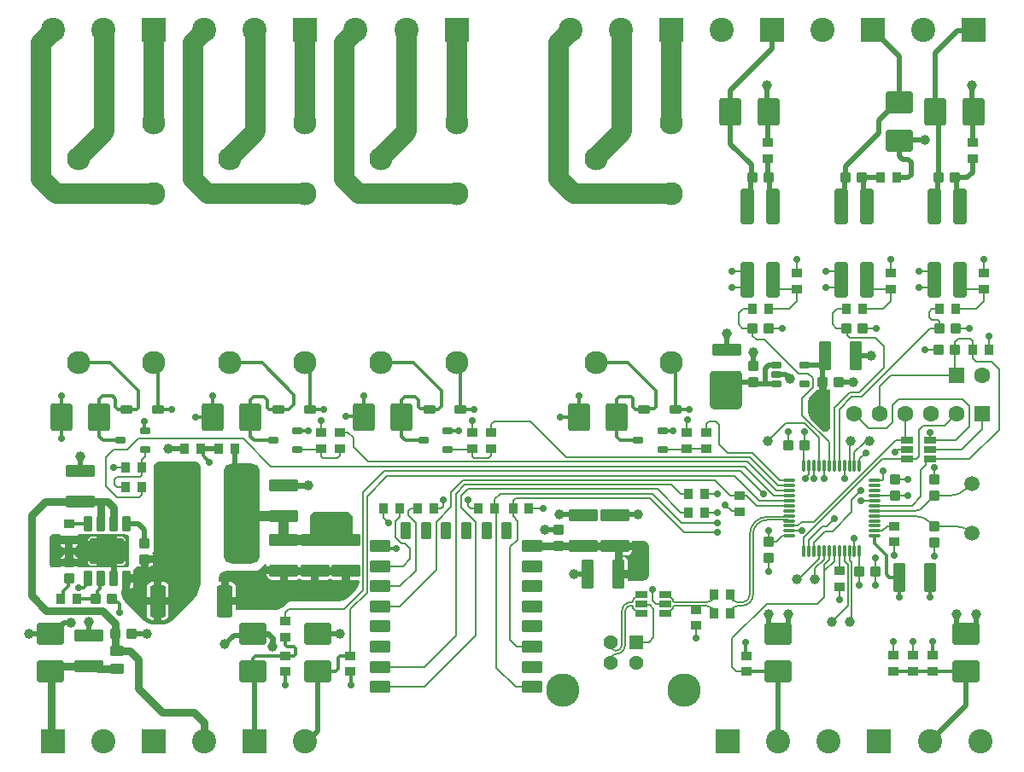
<source format=gtl>
G04*
G04 #@! TF.GenerationSoftware,Altium Limited,Altium Designer,22.10.1 (41)*
G04*
G04 Layer_Physical_Order=1*
G04 Layer_Color=16776960*
%FSLAX43Y43*%
%MOMM*%
G71*
G04*
G04 #@! TF.SameCoordinates,EA9DE7AC-8BC7-4C06-A1B2-E8C90DB669E4*
G04*
G04*
G04 #@! TF.FilePolarity,Positive*
G04*
G01*
G75*
%ADD10C,0.500*%
%ADD13C,0.600*%
%ADD14C,0.200*%
G04:AMPARAMS|DCode=17|XSize=2.8mm|YSize=1.25mm|CornerRadius=0.156mm|HoleSize=0mm|Usage=FLASHONLY|Rotation=0.000|XOffset=0mm|YOffset=0mm|HoleType=Round|Shape=RoundedRectangle|*
%AMROUNDEDRECTD17*
21,1,2.800,0.938,0,0,0.0*
21,1,2.487,1.250,0,0,0.0*
1,1,0.313,1.244,-0.469*
1,1,0.313,-1.244,-0.469*
1,1,0.313,-1.244,0.469*
1,1,0.313,1.244,0.469*
%
%ADD17ROUNDEDRECTD17*%
G04:AMPARAMS|DCode=18|XSize=1.1mm|YSize=1.7mm|CornerRadius=0.138mm|HoleSize=0mm|Usage=FLASHONLY|Rotation=180.000|XOffset=0mm|YOffset=0mm|HoleType=Round|Shape=RoundedRectangle|*
%AMROUNDEDRECTD18*
21,1,1.100,1.425,0,0,180.0*
21,1,0.825,1.700,0,0,180.0*
1,1,0.275,-0.413,0.713*
1,1,0.275,0.413,0.713*
1,1,0.275,0.413,-0.713*
1,1,0.275,-0.413,-0.713*
%
%ADD18ROUNDEDRECTD18*%
G04:AMPARAMS|DCode=19|XSize=2mm|YSize=1.2mm|CornerRadius=0.15mm|HoleSize=0mm|Usage=FLASHONLY|Rotation=180.000|XOffset=0mm|YOffset=0mm|HoleType=Round|Shape=RoundedRectangle|*
%AMROUNDEDRECTD19*
21,1,2.000,0.900,0,0,180.0*
21,1,1.700,1.200,0,0,180.0*
1,1,0.300,-0.850,0.450*
1,1,0.300,0.850,0.450*
1,1,0.300,0.850,-0.450*
1,1,0.300,-0.850,-0.450*
%
%ADD19ROUNDEDRECTD19*%
G04:AMPARAMS|DCode=20|XSize=0.3mm|YSize=1.2mm|CornerRadius=0.075mm|HoleSize=0mm|Usage=FLASHONLY|Rotation=270.000|XOffset=0mm|YOffset=0mm|HoleType=Round|Shape=RoundedRectangle|*
%AMROUNDEDRECTD20*
21,1,0.300,1.050,0,0,270.0*
21,1,0.150,1.200,0,0,270.0*
1,1,0.150,-0.525,-0.075*
1,1,0.150,-0.525,0.075*
1,1,0.150,0.525,0.075*
1,1,0.150,0.525,-0.075*
%
%ADD20ROUNDEDRECTD20*%
G04:AMPARAMS|DCode=21|XSize=0.3mm|YSize=1.2mm|CornerRadius=0.075mm|HoleSize=0mm|Usage=FLASHONLY|Rotation=180.000|XOffset=0mm|YOffset=0mm|HoleType=Round|Shape=RoundedRectangle|*
%AMROUNDEDRECTD21*
21,1,0.300,1.050,0,0,180.0*
21,1,0.150,1.200,0,0,180.0*
1,1,0.150,-0.075,0.525*
1,1,0.150,0.075,0.525*
1,1,0.150,0.075,-0.525*
1,1,0.150,-0.075,-0.525*
%
%ADD21ROUNDEDRECTD21*%
G04:AMPARAMS|DCode=22|XSize=0.92mm|YSize=1.08mm|CornerRadius=0.115mm|HoleSize=0mm|Usage=FLASHONLY|Rotation=180.000|XOffset=0mm|YOffset=0mm|HoleType=Round|Shape=RoundedRectangle|*
%AMROUNDEDRECTD22*
21,1,0.920,0.850,0,0,180.0*
21,1,0.690,1.080,0,0,180.0*
1,1,0.230,-0.345,0.425*
1,1,0.230,0.345,0.425*
1,1,0.230,0.345,-0.425*
1,1,0.230,-0.345,-0.425*
%
%ADD22ROUNDEDRECTD22*%
G04:AMPARAMS|DCode=23|XSize=0.63mm|YSize=1.24mm|CornerRadius=0.079mm|HoleSize=0mm|Usage=FLASHONLY|Rotation=270.000|XOffset=0mm|YOffset=0mm|HoleType=Round|Shape=RoundedRectangle|*
%AMROUNDEDRECTD23*
21,1,0.630,1.083,0,0,270.0*
21,1,0.472,1.240,0,0,270.0*
1,1,0.158,-0.541,-0.236*
1,1,0.158,-0.541,0.236*
1,1,0.158,0.541,0.236*
1,1,0.158,0.541,-0.236*
%
%ADD23ROUNDEDRECTD23*%
G04:AMPARAMS|DCode=24|XSize=0.94mm|YSize=1.03mm|CornerRadius=0.118mm|HoleSize=0mm|Usage=FLASHONLY|Rotation=180.000|XOffset=0mm|YOffset=0mm|HoleType=Round|Shape=RoundedRectangle|*
%AMROUNDEDRECTD24*
21,1,0.940,0.795,0,0,180.0*
21,1,0.705,1.030,0,0,180.0*
1,1,0.235,-0.353,0.398*
1,1,0.235,0.353,0.398*
1,1,0.235,0.353,-0.398*
1,1,0.235,-0.353,-0.398*
%
%ADD24ROUNDEDRECTD24*%
G04:AMPARAMS|DCode=25|XSize=0.6mm|YSize=1mm|CornerRadius=0.075mm|HoleSize=0mm|Usage=FLASHONLY|Rotation=270.000|XOffset=0mm|YOffset=0mm|HoleType=Round|Shape=RoundedRectangle|*
%AMROUNDEDRECTD25*
21,1,0.600,0.850,0,0,270.0*
21,1,0.450,1.000,0,0,270.0*
1,1,0.150,-0.425,-0.225*
1,1,0.150,-0.425,0.225*
1,1,0.150,0.425,0.225*
1,1,0.150,0.425,-0.225*
%
%ADD25ROUNDEDRECTD25*%
G04:AMPARAMS|DCode=26|XSize=0.92mm|YSize=1.08mm|CornerRadius=0.115mm|HoleSize=0mm|Usage=FLASHONLY|Rotation=90.000|XOffset=0mm|YOffset=0mm|HoleType=Round|Shape=RoundedRectangle|*
%AMROUNDEDRECTD26*
21,1,0.920,0.850,0,0,90.0*
21,1,0.690,1.080,0,0,90.0*
1,1,0.230,0.425,0.345*
1,1,0.230,0.425,-0.345*
1,1,0.230,-0.425,-0.345*
1,1,0.230,-0.425,0.345*
%
%ADD26ROUNDEDRECTD26*%
G04:AMPARAMS|DCode=27|XSize=2.8mm|YSize=1.25mm|CornerRadius=0.156mm|HoleSize=0mm|Usage=FLASHONLY|Rotation=270.000|XOffset=0mm|YOffset=0mm|HoleType=Round|Shape=RoundedRectangle|*
%AMROUNDEDRECTD27*
21,1,2.800,0.938,0,0,270.0*
21,1,2.487,1.250,0,0,270.0*
1,1,0.313,-0.469,-1.244*
1,1,0.313,-0.469,1.244*
1,1,0.313,0.469,1.244*
1,1,0.313,0.469,-1.244*
%
%ADD27ROUNDEDRECTD27*%
G04:AMPARAMS|DCode=28|XSize=0.94mm|YSize=1.03mm|CornerRadius=0.118mm|HoleSize=0mm|Usage=FLASHONLY|Rotation=90.000|XOffset=0mm|YOffset=0mm|HoleType=Round|Shape=RoundedRectangle|*
%AMROUNDEDRECTD28*
21,1,0.940,0.795,0,0,90.0*
21,1,0.705,1.030,0,0,90.0*
1,1,0.235,0.398,0.353*
1,1,0.235,0.398,-0.353*
1,1,0.235,-0.398,-0.353*
1,1,0.235,-0.398,0.353*
%
%ADD28ROUNDEDRECTD28*%
G04:AMPARAMS|DCode=29|XSize=0.87mm|YSize=1.2mm|CornerRadius=0.217mm|HoleSize=0mm|Usage=FLASHONLY|Rotation=270.000|XOffset=0mm|YOffset=0mm|HoleType=Round|Shape=RoundedRectangle|*
%AMROUNDEDRECTD29*
21,1,0.870,0.765,0,0,270.0*
21,1,0.435,1.200,0,0,270.0*
1,1,0.435,-0.383,-0.217*
1,1,0.435,-0.383,0.217*
1,1,0.435,0.383,0.217*
1,1,0.435,0.383,-0.217*
%
%ADD29ROUNDEDRECTD29*%
G04:AMPARAMS|DCode=30|XSize=0.6mm|YSize=1.05mm|CornerRadius=0.075mm|HoleSize=0mm|Usage=FLASHONLY|Rotation=90.000|XOffset=0mm|YOffset=0mm|HoleType=Round|Shape=RoundedRectangle|*
%AMROUNDEDRECTD30*
21,1,0.600,0.900,0,0,90.0*
21,1,0.450,1.050,0,0,90.0*
1,1,0.150,0.450,0.225*
1,1,0.150,0.450,-0.225*
1,1,0.150,-0.450,-0.225*
1,1,0.150,-0.450,0.225*
%
%ADD30ROUNDEDRECTD30*%
G04:AMPARAMS|DCode=31|XSize=2.743mm|YSize=2.159mm|CornerRadius=0.27mm|HoleSize=0mm|Usage=FLASHONLY|Rotation=180.000|XOffset=0mm|YOffset=0mm|HoleType=Round|Shape=RoundedRectangle|*
%AMROUNDEDRECTD31*
21,1,2.743,1.619,0,0,180.0*
21,1,2.203,2.159,0,0,180.0*
1,1,0.540,-1.102,0.810*
1,1,0.540,1.102,0.810*
1,1,0.540,1.102,-0.810*
1,1,0.540,-1.102,-0.810*
%
%ADD31ROUNDEDRECTD31*%
G04:AMPARAMS|DCode=32|XSize=10mm|YSize=3.6mm|CornerRadius=0.9mm|HoleSize=0mm|Usage=FLASHONLY|Rotation=90.000|XOffset=0mm|YOffset=0mm|HoleType=Round|Shape=RoundedRectangle|*
%AMROUNDEDRECTD32*
21,1,10.000,1.800,0,0,90.0*
21,1,8.200,3.600,0,0,90.0*
1,1,1.800,0.900,4.100*
1,1,1.800,0.900,-4.100*
1,1,1.800,-0.900,-4.100*
1,1,1.800,-0.900,4.100*
%
%ADD32ROUNDEDRECTD32*%
G04:AMPARAMS|DCode=33|XSize=3.14mm|YSize=1.54mm|CornerRadius=0.193mm|HoleSize=0mm|Usage=FLASHONLY|Rotation=90.000|XOffset=0mm|YOffset=0mm|HoleType=Round|Shape=RoundedRectangle|*
%AMROUNDEDRECTD33*
21,1,3.140,1.155,0,0,90.0*
21,1,2.755,1.540,0,0,90.0*
1,1,0.385,0.578,1.378*
1,1,0.385,0.578,-1.378*
1,1,0.385,-0.578,-1.378*
1,1,0.385,-0.578,1.378*
%
%ADD33ROUNDEDRECTD33*%
G04:AMPARAMS|DCode=34|XSize=0.802mm|YSize=1.505mm|CornerRadius=0.1mm|HoleSize=0mm|Usage=FLASHONLY|Rotation=0.000|XOffset=0mm|YOffset=0mm|HoleType=Round|Shape=RoundedRectangle|*
%AMROUNDEDRECTD34*
21,1,0.802,1.305,0,0,0.0*
21,1,0.602,1.505,0,0,0.0*
1,1,0.201,0.301,-0.652*
1,1,0.201,-0.301,-0.652*
1,1,0.201,-0.301,0.652*
1,1,0.201,0.301,0.652*
%
%ADD34ROUNDEDRECTD34*%
G04:AMPARAMS|DCode=35|XSize=2.613mm|YSize=3.502mm|CornerRadius=0.327mm|HoleSize=0mm|Usage=FLASHONLY|Rotation=270.000|XOffset=0mm|YOffset=0mm|HoleType=Round|Shape=RoundedRectangle|*
%AMROUNDEDRECTD35*
21,1,2.613,2.849,0,0,270.0*
21,1,1.960,3.502,0,0,270.0*
1,1,0.653,-1.424,-0.980*
1,1,0.653,-1.424,0.980*
1,1,0.653,1.424,0.980*
1,1,0.653,1.424,-0.980*
%
%ADD35ROUNDEDRECTD35*%
G04:AMPARAMS|DCode=36|XSize=1mm|YSize=1.4mm|CornerRadius=0.125mm|HoleSize=0mm|Usage=FLASHONLY|Rotation=270.000|XOffset=0mm|YOffset=0mm|HoleType=Round|Shape=RoundedRectangle|*
%AMROUNDEDRECTD36*
21,1,1.000,1.150,0,0,270.0*
21,1,0.750,1.400,0,0,270.0*
1,1,0.250,-0.575,-0.375*
1,1,0.250,-0.575,0.375*
1,1,0.250,0.575,0.375*
1,1,0.250,0.575,-0.375*
%
%ADD36ROUNDEDRECTD36*%
G04:AMPARAMS|DCode=37|XSize=1.3mm|YSize=3.5mm|CornerRadius=0.163mm|HoleSize=0mm|Usage=FLASHONLY|Rotation=0.000|XOffset=0mm|YOffset=0mm|HoleType=Round|Shape=RoundedRectangle|*
%AMROUNDEDRECTD37*
21,1,1.300,3.175,0,0,0.0*
21,1,0.975,3.500,0,0,0.0*
1,1,0.325,0.488,-1.588*
1,1,0.325,-0.488,-1.588*
1,1,0.325,-0.488,1.588*
1,1,0.325,0.488,1.588*
%
%ADD37ROUNDEDRECTD37*%
G04:AMPARAMS|DCode=38|XSize=2.743mm|YSize=2.159mm|CornerRadius=0.27mm|HoleSize=0mm|Usage=FLASHONLY|Rotation=270.000|XOffset=0mm|YOffset=0mm|HoleType=Round|Shape=RoundedRectangle|*
%AMROUNDEDRECTD38*
21,1,2.743,1.619,0,0,270.0*
21,1,2.203,2.159,0,0,270.0*
1,1,0.540,-0.810,-1.102*
1,1,0.540,-0.810,1.102*
1,1,0.540,0.810,1.102*
1,1,0.540,0.810,-1.102*
%
%ADD38ROUNDEDRECTD38*%
%ADD72C,0.190*%
%ADD73C,0.800*%
%ADD74C,1.000*%
%ADD75C,1.000*%
%ADD76C,0.300*%
%ADD77C,0.508*%
%ADD78C,2.000*%
%ADD79C,2.300*%
%ADD80C,3.316*%
%ADD81C,1.428*%
%ADD82R,1.428X1.428*%
%ADD83C,1.600*%
%ADD84R,1.600X1.600*%
%ADD85C,1.500*%
%ADD86C,2.400*%
%ADD87R,2.400X2.400*%
%ADD88C,0.700*%
G36*
X31050Y-439D02*
X31165Y-416D01*
X31273Y-344D01*
X31377Y-382D01*
X31400Y-400D01*
Y-4034D01*
X31400Y-4034D01*
Y-4107D01*
X31358Y-4247D01*
X31277Y-4368D01*
X31164Y-4460D01*
X31029Y-4516D01*
X30885Y-4530D01*
X30742Y-4502D01*
X30613Y-4433D01*
X29454Y-3274D01*
X29330Y-3088D01*
X29244Y-2880D01*
X29200Y-2660D01*
Y-1593D01*
X29200Y-1515D01*
X29231Y-1361D01*
X29291Y-1215D01*
X29378Y-1085D01*
X30082Y-381D01*
X30135Y-416D01*
X30250Y-439D01*
Y375D01*
X31050D01*
Y-439D01*
D02*
G37*
G36*
X19921Y1500D02*
X22233Y1500D01*
X22233Y1500D01*
X22233Y1500D01*
X22233D01*
X22350Y1488D01*
X22484Y1432D01*
X22609Y1308D01*
X22676Y1145D01*
X22676Y1056D01*
X22676Y-1770D01*
X22676Y-1770D01*
X22676Y-1890D01*
X22585Y-2111D01*
X22415Y-2281D01*
X22194Y-2373D01*
X22074Y-2373D01*
X20072D01*
X19948Y-2373D01*
X19717Y-2277D01*
X19541Y-2101D01*
X19445Y-1870D01*
X19445Y-1745D01*
Y1024D01*
X19457Y1146D01*
X19518Y1294D01*
X19651Y1428D01*
X19826Y1500D01*
X19921Y1500D01*
D02*
G37*
G36*
X-38495Y-14744D02*
X-38495Y-14744D01*
X-38376Y-14762D01*
X-38274Y-14804D01*
X-38165Y-14914D01*
X-38105Y-15057D01*
X-38105Y-15135D01*
X-38105Y-17659D01*
X-38105Y-17659D01*
X-38105Y-17736D01*
X-38164Y-17878D01*
X-38273Y-17987D01*
X-38416Y-18046D01*
X-38493Y-18046D01*
X-43141D01*
X-43241Y-17924D01*
X-44060D01*
X-44878D01*
X-44979Y-18046D01*
X-45723D01*
X-45850Y-17994D01*
X-45947Y-17896D01*
X-46000Y-17769D01*
Y-15029D01*
X-45946Y-14899D01*
X-45846Y-14799D01*
X-45715Y-14744D01*
X-45015D01*
X-44918Y-14871D01*
X-44922Y-14892D01*
X-44085D01*
X-43247D01*
X-43252Y-14871D01*
X-43155Y-14744D01*
X-38495D01*
X-38495Y-14744D01*
D02*
G37*
G36*
X-19598Y-12500D02*
X-16600Y-12500D01*
X-16600Y-12500D01*
X-16600Y-12500D01*
X-16600D01*
X-16482Y-12510D01*
X-16407Y-12525D01*
X-16287Y-12575D01*
X-16178Y-12648D01*
X-16086Y-12740D01*
X-16014Y-12848D01*
X-15964Y-12968D01*
X-15939Y-13096D01*
X-15939Y-13161D01*
X-15939Y-15897D01*
X-20200D01*
Y-13222D01*
X-20200Y-13102D01*
X-20200Y-13102D01*
X-20200Y-13102D01*
X-20200Y-12983D01*
X-20108Y-12761D01*
X-19939Y-12592D01*
X-19717Y-12500D01*
X-19598Y-12500D01*
D02*
G37*
G36*
X-24471Y-17795D02*
X-24482Y-17853D01*
Y-17922D01*
X-22773D01*
Y-18322D01*
X-22373D01*
Y-19256D01*
X-21530D01*
X-21352Y-19220D01*
X-21236Y-19143D01*
X-21120Y-19220D01*
X-20942Y-19256D01*
X-20099D01*
Y-18322D01*
X-19299D01*
Y-19256D01*
X-18455D01*
X-18277Y-19220D01*
X-18161Y-19143D01*
X-18046Y-19220D01*
X-17868Y-19256D01*
X-17024D01*
Y-18322D01*
X-16224D01*
Y-19256D01*
X-15427D01*
X-15300Y-19350D01*
X-15300Y-19496D01*
X-15349Y-19743D01*
X-15446Y-19976D01*
X-15585Y-20185D01*
X-15675Y-20275D01*
X-15675Y-20275D01*
X-15675Y-20275D01*
X-16340Y-20940D01*
X-16449Y-21049D01*
X-16707Y-21221D01*
X-16993Y-21340D01*
X-17296Y-21400D01*
X-17451Y-21400D01*
Y-21400D01*
X-17451Y-21400D01*
Y-21400D01*
X-22117Y-21400D01*
X-22160Y-21402D01*
X-22245Y-21419D01*
X-22325Y-21452D01*
X-22397Y-21500D01*
X-22429Y-21529D01*
X-22429Y-21529D01*
X-22429Y-21529D01*
X-22856Y-21956D01*
X-22914Y-22014D01*
X-23050Y-22105D01*
X-23202Y-22168D01*
X-23363Y-22200D01*
X-23445Y-22200D01*
X-27545D01*
Y-21763D01*
X-28624D01*
Y-21363D01*
X-29024D01*
Y-19483D01*
X-29202D01*
X-29202Y-19483D01*
Y-19029D01*
X-29173Y-18885D01*
X-29117Y-18750D01*
X-29036Y-18628D01*
X-28933Y-18525D01*
X-28811Y-18444D01*
X-28676Y-18388D01*
X-28532Y-18359D01*
X-28459D01*
X-28459Y-18359D01*
X-25829D01*
X-25713Y-18353D01*
X-25485Y-18308D01*
X-25270Y-18219D01*
X-25077Y-18090D01*
X-24990Y-18012D01*
X-24990Y-18012D01*
X-24676Y-17697D01*
X-24676D01*
X-24676Y-17697D01*
X-24676Y-17697D01*
X-24551D01*
X-24471Y-17795D01*
D02*
G37*
G36*
X-35058Y-7473D02*
X-31638Y-7473D01*
X-31638Y-7473D01*
X-31638Y-7473D01*
X-31509Y-7473D01*
X-31273Y-7571D01*
X-31091Y-7752D01*
X-30993Y-7989D01*
X-30993Y-8117D01*
X-30993Y-16709D01*
Y-19322D01*
X-30993Y-19322D01*
X-30993Y-19452D01*
X-31019Y-19711D01*
X-31070Y-19967D01*
X-31145Y-20216D01*
X-31245Y-20457D01*
X-31368Y-20686D01*
X-31512Y-20903D01*
X-31678Y-21104D01*
X-31770Y-21196D01*
X-33810Y-23236D01*
X-33810D01*
X-33911Y-23338D01*
X-34149Y-23497D01*
X-34414Y-23607D01*
X-34695Y-23662D01*
X-35814D01*
X-36101Y-23605D01*
X-36371Y-23493D01*
X-36615Y-23331D01*
X-38481Y-21464D01*
X-38481Y-21464D01*
X-38577Y-21369D01*
X-38726Y-21145D01*
X-38829Y-20897D01*
X-38881Y-20634D01*
X-38881Y-20499D01*
Y-20276D01*
X-38811Y-20219D01*
Y-19120D01*
X-38411D01*
Y-18720D01*
X-37702D01*
Y-18468D01*
X-37733Y-18312D01*
X-37708Y-18229D01*
X-37577Y-18175D01*
X-37416Y-18015D01*
X-37379Y-17927D01*
X-37356Y-17913D01*
X-37227Y-17891D01*
X-37132Y-17954D01*
X-36972Y-17986D01*
Y-17208D01*
X-36572D01*
Y-16808D01*
X-35758D01*
X-35781Y-16692D01*
X-35840Y-16605D01*
X-35752Y-16517D01*
X-35701Y-16395D01*
X-35688Y-16362D01*
X-35679Y-16278D01*
X-35679Y-16278D01*
X-35679Y-16160D01*
X-35679Y-8095D01*
X-35679Y-8095D01*
X-35679Y-8095D01*
X-35679Y-7971D01*
X-35585Y-7743D01*
X-35410Y-7568D01*
X-35181Y-7473D01*
X-35058Y-7473D01*
D02*
G37*
G36*
X12843Y-15400D02*
Y-15400D01*
X12965Y-15400D01*
X13190Y-15493D01*
X13363Y-15666D01*
X13456Y-15891D01*
X13456Y-16013D01*
X13456Y-18660D01*
X13456Y-18660D01*
X13456Y-18725D01*
X13431Y-18853D01*
X13381Y-18973D01*
X13309Y-19081D01*
X13216Y-19174D01*
X13108Y-19246D01*
X12988Y-19296D01*
X12860Y-19321D01*
X12795Y-19321D01*
X11346D01*
Y-19100D01*
X10412D01*
Y-18300D01*
X11346D01*
Y-17456D01*
X11310Y-17278D01*
X11209Y-17127D01*
X11059Y-17026D01*
X10881Y-16991D01*
X10059D01*
Y-16855D01*
X11254D01*
X11432Y-16820D01*
X11583Y-16719D01*
X11684Y-16568D01*
X11719Y-16390D01*
Y-16322D01*
X10011D01*
Y-15522D01*
X11719D01*
Y-15453D01*
X11763Y-15400D01*
X12843D01*
X12843Y-15400D01*
D02*
G37*
%LPC*%
G36*
X-38891Y-14953D02*
X-39300D01*
Y-15379D01*
X-38436D01*
X-38464Y-15238D01*
X-38564Y-15088D01*
X-38714Y-14988D01*
X-38891Y-14953D01*
D02*
G37*
G36*
X-41332D02*
X-41740D01*
X-41917Y-14988D01*
X-42067Y-15088D01*
X-42168Y-15238D01*
X-42196Y-15379D01*
X-41332D01*
Y-14953D01*
D02*
G37*
G36*
X-43247Y-15692D02*
X-43685D01*
Y-16060D01*
X-43660D01*
X-43498Y-16028D01*
X-43360Y-15936D01*
X-43269Y-15799D01*
X-43247Y-15692D01*
D02*
G37*
G36*
X-44485D02*
X-44922D01*
X-44901Y-15799D01*
X-44809Y-15936D01*
X-44672Y-16028D01*
X-44510Y-16060D01*
X-44485D01*
Y-15692D01*
D02*
G37*
G36*
X-43660Y-16746D02*
Y-17124D01*
X-43246D01*
X-43269Y-17009D01*
X-43361Y-16871D01*
X-43499Y-16778D01*
X-43660Y-16746D01*
D02*
G37*
G36*
X-44460D02*
X-44620Y-16778D01*
X-44758Y-16871D01*
X-44850Y-17009D01*
X-44873Y-17124D01*
X-44460D01*
Y-16746D01*
D02*
G37*
G36*
X-38436Y-17411D02*
X-39300D01*
Y-17838D01*
X-38891D01*
X-38714Y-17803D01*
X-38564Y-17702D01*
X-38464Y-17552D01*
X-38436Y-17411D01*
D02*
G37*
G36*
X-41332D02*
X-42196D01*
X-42168Y-17552D01*
X-42067Y-17702D01*
X-41917Y-17803D01*
X-41740Y-17838D01*
X-41332D01*
Y-17411D01*
D02*
G37*
G36*
X-23173Y-18722D02*
X-24482D01*
Y-18791D01*
X-24447Y-18969D01*
X-24346Y-19120D01*
X-24195Y-19220D01*
X-24017Y-19256D01*
X-23173D01*
Y-18722D01*
D02*
G37*
G36*
X-28047Y-19483D02*
X-28224D01*
Y-20963D01*
X-27545D01*
Y-19986D01*
X-27583Y-19793D01*
X-27692Y-19631D01*
X-27855Y-19522D01*
X-28047Y-19483D01*
D02*
G37*
G36*
X-35758Y-17608D02*
X-36172D01*
Y-17986D01*
X-36012Y-17954D01*
X-35874Y-17861D01*
X-35781Y-17723D01*
X-35758Y-17608D01*
D02*
G37*
G36*
X-37702Y-19520D02*
X-38011D01*
Y-20161D01*
X-37954Y-20150D01*
X-37822Y-20061D01*
X-37733Y-19929D01*
X-37702Y-19773D01*
Y-19520D01*
D02*
G37*
G36*
X-34697Y-19483D02*
X-34874D01*
Y-20963D01*
X-34195D01*
Y-19986D01*
X-34233Y-19793D01*
X-34342Y-19631D01*
X-34505Y-19522D01*
X-34697Y-19483D01*
D02*
G37*
G36*
X-35674D02*
X-35852D01*
X-36044Y-19522D01*
X-36207Y-19631D01*
X-36316Y-19793D01*
X-36354Y-19986D01*
Y-20963D01*
X-35674D01*
Y-19483D01*
D02*
G37*
G36*
X-34195Y-21763D02*
X-34874D01*
Y-23243D01*
X-34697D01*
X-34505Y-23205D01*
X-34342Y-23096D01*
X-34233Y-22933D01*
X-34195Y-22741D01*
Y-21763D01*
D02*
G37*
G36*
X-35674D02*
X-36354D01*
Y-22741D01*
X-36316Y-22933D01*
X-36207Y-23096D01*
X-36044Y-23205D01*
X-35852Y-23243D01*
X-35674D01*
Y-21763D01*
D02*
G37*
%LPD*%
D10*
X30875Y3000D02*
G03*
X30650Y2457I543J-543D01*
G01*
X23723Y350D02*
G03*
X23877Y196I154J0D01*
G01*
X21100Y575D02*
G03*
X21643Y350I543J543D01*
G01*
X30650Y2246D02*
Y2457D01*
X-19372Y-24596D02*
X-17252D01*
X10011Y-12797D02*
X12359D01*
X4579D02*
X6927D01*
X23723Y1950D02*
Y3350D01*
X-47992Y-24589D02*
X-45957D01*
X3082Y-14299D02*
X4446D01*
X41251Y-35300D02*
X44851Y-31700D01*
Y-28341D01*
X26057Y1146D02*
X26982D01*
X27433Y695D01*
X27444D01*
X33925Y3000D02*
X35425D01*
X33850D02*
X33925D01*
X24969Y196D02*
X26057D01*
X32250Y375D02*
X33650D01*
X30650D02*
Y2246D01*
X30500Y2096D02*
X30650Y2246D01*
X28807Y2096D02*
X30500D01*
X26010Y2049D02*
X26057Y2096D01*
X25262Y2049D02*
X26010D01*
X24969Y196D02*
Y1756D01*
X25262Y2049D01*
X23877Y196D02*
X24969D01*
X21643Y350D02*
X23723D01*
X21100Y3625D02*
Y5200D01*
X-26002Y-28476D02*
X-25866Y-28341D01*
X5994Y-18700D02*
X7358D01*
X-20651Y-35300D02*
X-20465D01*
X-19387Y-34222D02*
Y-28341D01*
X-20465Y-35300D02*
X-19387Y-34222D01*
X-42092Y-24786D02*
Y-23422D01*
X-43985Y-23600D02*
X-43890Y-23504D01*
X-44578D02*
X-43890D01*
X-42980Y-8401D02*
Y-7037D01*
X-27746Y-24774D02*
X-26060D01*
X-28630Y-25658D02*
X-27746Y-24774D01*
X-25651Y-35300D02*
Y-28476D01*
X-45654Y-24581D02*
X-44578Y-23504D01*
X-45957Y-24581D02*
X-45654D01*
X-37868Y-24593D02*
X-36313D01*
X-36313Y-24592D01*
X-38411Y-13670D02*
X-37223D01*
X-36572Y-15608D02*
Y-14321D01*
X-37223Y-13670D02*
X-36572Y-14321D01*
X-34217Y-6263D02*
X-32614D01*
X-31014D02*
X-29248D01*
X26251Y-35300D02*
Y-28341D01*
X45867Y-23640D02*
Y-22648D01*
X44851Y-24581D02*
X45867Y-23640D01*
X43900Y-23701D02*
Y-22667D01*
Y-23701D02*
X44851Y-24581D01*
X27267Y-23640D02*
Y-22648D01*
X26251Y-24581D02*
X27267Y-23640D01*
X25300Y-23701D02*
Y-22667D01*
Y-23701D02*
X26251Y-24581D01*
X32927Y20666D02*
Y21755D01*
X36225Y25053D02*
Y26390D01*
X32927Y21755D02*
X36225Y25053D01*
X32788Y20527D02*
X32927Y20666D01*
X34539Y20653D02*
X34660Y20533D01*
X34539Y20653D02*
X34552Y20666D01*
X36353D01*
X34660Y18138D02*
Y20533D01*
X32788Y18082D02*
Y20527D01*
X32482Y17776D02*
X32788Y18082D01*
X34660Y18138D02*
X35022Y17776D01*
X36353Y20701D02*
X36365Y20713D01*
X42013Y20527D02*
X42152Y20666D01*
X41819Y27226D02*
X42152Y26892D01*
Y20666D02*
Y26892D01*
X36225Y26390D02*
X37964Y28130D01*
X35651Y35300D02*
X38264Y32687D01*
Y28130D02*
Y32687D01*
X23565Y20579D02*
Y21931D01*
X23513Y20527D02*
X23565Y20579D01*
X21519Y23977D02*
X23565Y21931D01*
X21519Y23977D02*
Y27226D01*
X41819D02*
Y33083D01*
X43994Y35258D01*
X45502Y21218D02*
Y22549D01*
X45527Y22524D01*
X44950Y20666D02*
X45502Y21218D01*
X43752Y20666D02*
X44950D01*
X45609Y35258D02*
X45651Y35300D01*
X43994Y35258D02*
X45609D01*
X41707Y17776D02*
X42013Y18082D01*
Y20527D01*
X43885Y18138D02*
X44247Y17776D01*
X43885Y18138D02*
Y20533D01*
X43752Y20666D02*
X43885Y20533D01*
X21519Y27226D02*
Y29342D01*
X25651Y33474D01*
Y35300D01*
X25227Y20691D02*
Y22524D01*
X25202Y22549D02*
X25227Y22524D01*
Y20691D02*
X25252Y20666D01*
X25385Y20533D01*
Y18138D02*
Y20533D01*
Y18138D02*
X25747Y17776D01*
X23513Y18082D02*
Y20527D01*
X23207Y17776D02*
X23513Y18082D01*
D13*
X-22773Y-9875D02*
X-20325D01*
X-39681Y-19120D02*
Y-16395D01*
X-24300Y-24600D02*
X-23906Y-24994D01*
Y-25846D02*
Y-24994D01*
X-25866Y-24581D02*
X-25847Y-24600D01*
X-24300D01*
X-40316Y-16395D02*
X-39681D01*
D14*
X41450Y-13641D02*
G03*
X39654Y-12897I-1796J-1796D01*
G01*
X45413Y-14587D02*
G03*
X43815Y-13925I-1599J-1599D01*
G01*
X39833Y-12397D02*
G03*
X40550Y-12100I0J1015D01*
G01*
X43158Y-10910D02*
G03*
X44954Y-10166I0J2540D01*
G01*
X17194Y-6206D02*
G03*
X17200Y-6200I-356J368D01*
G01*
X-4462Y-6353D02*
G03*
X-4100Y-6203I0J512D01*
G01*
X31610Y-14425D02*
X33523Y-12512D01*
Y-11344D02*
X34450Y-10417D01*
X33523Y-12512D02*
Y-11344D01*
X31025Y-13950D02*
X31825Y-13150D01*
X30647Y-13950D02*
X31025D01*
X28894Y-9188D02*
X29291Y-8791D01*
Y-7897D01*
X29791Y-9188D02*
Y-7897D01*
X22504Y-8479D02*
X24785Y-10760D01*
Y-10762D02*
Y-10760D01*
X23108Y-10890D02*
X24115Y-11897D01*
X24397Y-11397D02*
X27291D01*
X21501Y-10890D02*
X23108D01*
X21936Y-8936D02*
X24397Y-11397D01*
X24115Y-11897D02*
X27291D01*
X-12825Y-8479D02*
X22504D01*
X-24071Y-8002D02*
X22883D01*
X25779Y-10897D01*
X27291D01*
X-12536Y-8936D02*
X21936D01*
X30875Y-14425D02*
X31610D01*
X29291Y-16397D02*
Y-15306D01*
X30647Y-13950D01*
X29791Y-15509D02*
X30875Y-14425D01*
X29791Y-16397D02*
Y-15509D01*
X41300Y-5377D02*
Y-4600D01*
X-10197Y-12197D02*
X-9511D01*
X-10403Y-12403D02*
X-10197Y-12197D01*
X25282Y-15483D02*
Y-14363D01*
Y-15483D02*
X25283Y-15484D01*
X26016D01*
X12744Y-21700D02*
X13483D01*
X13901Y-24967D02*
Y-22118D01*
X13790Y-21290D02*
X14154Y-21654D01*
X14997D01*
X13790Y-21290D02*
Y-20166D01*
X13483Y-21700D02*
X13901Y-22118D01*
X13413Y-25455D02*
X13901Y-24967D01*
X18095Y-23797D02*
X18095Y-23797D01*
X18095Y-25027D02*
Y-23797D01*
X21669Y-27941D02*
Y-25061D01*
X25105Y-21624D02*
X30116D01*
X21669Y-25061D02*
X25105Y-21624D01*
X-12903Y-13096D02*
X-12423Y-13576D01*
X-12903Y-13096D02*
Y-12197D01*
X1535D02*
X2903D01*
X-65D02*
Y-11418D01*
X194Y-11158D01*
X-354Y-16002D02*
X387Y-15262D01*
X-65Y-12940D02*
X387Y-13392D01*
Y-15262D02*
Y-13392D01*
X-65Y-12940D02*
Y-12197D01*
X-11153Y-15614D02*
X-10758D01*
X-11692Y-15075D02*
X-11153Y-15614D01*
X-11692Y-15075D02*
Y-13439D01*
X-11264Y-13011D01*
X-10263Y-17167D02*
Y-16109D01*
X-10758Y-15614D02*
X-10263Y-16109D01*
X-13192Y-17887D02*
X-10983D01*
X-10263Y-17167D01*
X26955Y-3700D02*
X28869D01*
X30291Y-7897D02*
Y-5123D01*
X28869Y-3700D02*
X30291Y-5123D01*
X28804Y-5889D02*
Y-4539D01*
X31291Y-7897D02*
Y-5574D01*
X28624Y-2907D02*
Y-1202D01*
Y-2907D02*
X31291Y-5574D01*
X25200Y-5455D02*
X26955Y-3700D01*
X27213Y-5898D02*
Y-4548D01*
X33141Y-21820D02*
Y-17724D01*
X32791Y-17374D02*
Y-16397D01*
Y-17374D02*
X33141Y-17724D01*
X33528Y-22919D02*
Y-17528D01*
X33478Y-23283D02*
Y-22969D01*
X33325Y-23436D02*
X33478Y-23283D01*
Y-22969D02*
X33528Y-22919D01*
X33291Y-17291D02*
X33528Y-17528D01*
X33291Y-17291D02*
Y-16397D01*
X31525Y-23436D02*
X33141Y-21820D01*
X34274Y-7880D02*
X34291Y-7897D01*
X34274Y-7880D02*
Y-7280D01*
X35155Y-5608D02*
X35308Y-5455D01*
X33791Y-6578D02*
X34761Y-5608D01*
X35155D01*
X33791Y-7897D02*
Y-6578D01*
X34274Y-7280D02*
X34904Y-6651D01*
X33341Y-7847D02*
Y-5564D01*
X33291Y-7897D02*
X33341Y-7847D01*
Y-5564D02*
X33450Y-5455D01*
X26603Y-14897D02*
X27291D01*
X26016Y-15484D02*
X26603Y-14897D01*
X28222Y-19180D02*
X30283Y-17119D01*
Y-16405D02*
X30291Y-16397D01*
X28096Y-19180D02*
X28222D01*
X30283Y-17119D02*
Y-16405D01*
X29900Y-19180D02*
Y-18100D01*
X30791Y-17209D01*
X30800Y-18379D02*
Y-17748D01*
X31281Y-17267D01*
X30791Y-17209D02*
Y-16397D01*
X30800Y-18379D02*
X31791Y-17388D01*
Y-16397D01*
X30800Y-20941D02*
Y-18379D01*
X31281Y-17267D02*
Y-16408D01*
X30116Y-21624D02*
X30800Y-20941D01*
X-14390Y-7543D02*
X23182D01*
X26037Y-10397D01*
X27291D01*
X5241Y-7093D02*
X23401D01*
X26206Y-9897D02*
X27291D01*
X23401Y-7093D02*
X26206Y-9897D01*
X21245Y-6627D02*
X23660D01*
X26430Y-9397D02*
X27291D01*
X23660Y-6627D02*
X26430Y-9397D01*
X32791Y-9188D02*
Y-7897D01*
X33788Y-15106D02*
X33791D01*
Y-16397D02*
Y-15106D01*
X34450Y-10417D02*
X34470D01*
X28791Y-16397D02*
Y-15078D01*
X36592Y-7277D01*
X38999D01*
X28555Y-13500D02*
X29790D01*
X37913Y-5377D01*
X38999D01*
X34403Y-11397D02*
X35791D01*
X34400Y-11400D02*
X34403Y-11397D01*
X37799Y-10910D02*
X37807Y-10918D01*
X37786Y-10897D02*
X37799Y-10910D01*
X21656Y-12456D02*
X22345D01*
X21000Y-11800D02*
X21656Y-12456D01*
X22345D02*
X22379Y-12490D01*
X37805Y-9316D02*
X39071D01*
X37799Y-9310D02*
X37805Y-9316D01*
X35791Y-9397D02*
X35803Y-9386D01*
X36510D02*
X36627Y-9268D01*
Y-8437D01*
X35803Y-9386D02*
X36510D01*
X16685Y-13585D02*
X20239D01*
X13798Y-10698D02*
X16685Y-13585D01*
X13559Y-11158D02*
X16935Y-14535D01*
X20198D01*
X194Y-11158D02*
X13559D01*
X-4827Y-9816D02*
X15629D01*
X-5700Y-10689D02*
X-4827Y-9816D01*
X15629D02*
X16574Y-10761D01*
X14246Y-10246D02*
X16600Y-12600D01*
X-4528Y-10246D02*
X14246D01*
X-5216Y-10934D02*
X-4528Y-10246D01*
X-1336Y-10698D02*
X13798D01*
X-1899Y-11261D02*
X-1336Y-10698D01*
X41707Y10271D02*
Y10831D01*
X32493Y10279D02*
Y10839D01*
X23207Y10271D02*
Y10831D01*
X17200Y-4600D02*
Y-3372D01*
X30791Y-9188D02*
Y-7897D01*
X27291Y-14397D02*
X28582D01*
X32304Y-21184D02*
Y-19984D01*
Y-21248D02*
Y-21184D01*
X-4113Y-4590D02*
X-4100Y-4603D01*
X-39653Y-8100D02*
X-38425D01*
X-1899Y-12197D02*
Y-11261D01*
X16574Y-10761D02*
X17350D01*
X-6200Y-10563D02*
X-4999Y-9362D01*
X19972D01*
X21501Y-10890D01*
X-14541Y-10941D02*
X-12536Y-8936D01*
X-14905Y-10559D02*
X-12825Y-8479D01*
X-26810Y-5263D02*
X-24071Y-8002D01*
X-15900Y-6033D02*
X-14390Y-7543D01*
X1649Y-3500D02*
X5241Y-7093D01*
X20400Y-5782D02*
X21245Y-6627D01*
X20400Y-5782D02*
Y-3850D01*
X17200Y-6206D02*
X19100D01*
X18950Y-12600D02*
X20239D01*
X18950Y-10761D02*
X20239D01*
X21669Y-27941D02*
X22105Y-28377D01*
X23050D01*
X31281Y-16408D02*
X31291Y-16397D01*
X41300Y-5377D02*
X43823D01*
X41299D02*
X41300D01*
X40200Y-7000D02*
Y-4379D01*
X40604Y-3976D02*
X42706D01*
X40200Y-4379D02*
X40604Y-3976D01*
X42706D02*
X43940Y-2742D01*
X30791Y-9188D02*
X30794D01*
X27291Y-13897D02*
X28157D01*
X28555Y-13500D01*
X28582Y-14397D02*
Y-14394D01*
X28624Y-1202D02*
X29654Y-172D01*
Y762D01*
X22747Y7661D02*
X23702D01*
X36953Y-4193D02*
X37566Y-3580D01*
Y-1885D02*
X38162Y-1288D01*
X37566Y-3580D02*
Y-1885D01*
X38162Y-1288D02*
X44488D01*
X36320Y-19D02*
X37407Y1068D01*
X36320Y-2742D02*
Y-19D01*
X37407Y1068D02*
X43947D01*
X41328Y5734D02*
X42198D01*
X33528Y-1072D02*
X34521D01*
X41328Y5734D01*
X35231Y-4193D02*
X36953D01*
X43823Y-5377D02*
X45200Y-4000D01*
Y-2000D01*
X44488Y-1288D02*
X45200Y-2000D01*
X33780Y-2742D02*
X35231Y-4193D01*
X40801Y3600D02*
X42173D01*
X32300Y-21180D02*
X32304Y-21184D01*
X45223Y-7277D02*
X48136Y-4364D01*
X47358Y2436D02*
X48136Y1659D01*
Y-4364D02*
Y1659D01*
X45836Y2436D02*
X47358D01*
X45549Y2723D02*
X45836Y2436D01*
X45549Y2723D02*
Y3600D01*
X47150D02*
Y4972D01*
X45549Y3600D02*
Y4389D01*
X45286Y4653D02*
X45549Y4389D01*
X44116Y4653D02*
X45286D01*
X43773Y4310D02*
X44116Y4653D01*
X43773Y3600D02*
Y4310D01*
Y1242D02*
X43947Y1068D01*
X43773Y1242D02*
Y3600D01*
X41485Y6509D02*
X42081D01*
X41194Y6800D02*
Y7344D01*
Y6800D02*
X41485Y6509D01*
X42081D02*
X42198Y6392D01*
Y5734D02*
Y6392D01*
X41194Y7344D02*
X41495Y7644D01*
X42202D01*
X34235Y-665D02*
X36700Y1800D01*
X35844Y4756D02*
X36700Y3900D01*
Y1800D02*
Y3900D01*
X33300Y-665D02*
X34235D01*
X31791Y-2174D02*
X33300Y-665D01*
X31791Y-7897D02*
Y-2174D01*
X41299Y-7277D02*
X45223D01*
X41299Y-6327D02*
X44404D01*
X46480Y-4251D01*
X40899Y-7492D02*
X41114Y-7277D01*
X41299D01*
X40899Y-7847D02*
Y-7492D01*
X40355Y-8391D02*
X40899Y-7847D01*
X40355Y-11017D02*
Y-8391D01*
X41734Y-9310D02*
X41750Y-9294D01*
Y-8114D01*
X37800Y-6600D02*
X38073Y-6327D01*
X38999D01*
X38860Y-5237D02*
X38999Y-5377D01*
X38860Y-5237D02*
Y-2742D01*
X39923Y-7277D02*
X40200Y-7000D01*
X38999Y-7277D02*
X39923D01*
X46480Y-4251D02*
Y-2742D01*
X24862Y4600D02*
X28260Y1202D01*
X29214D01*
X29654Y762D01*
X24068Y4600D02*
X24862D01*
X23698Y4970D02*
X24068Y4600D01*
X23698Y4970D02*
Y5734D01*
X22341Y6094D02*
Y7255D01*
X22747Y7661D01*
X22700Y5734D02*
X23698D01*
X22341Y6094D02*
X22700Y5734D01*
X32291Y-7897D02*
Y-2309D01*
X33528Y-1072D01*
X32033Y7669D02*
X32988D01*
X31986Y5742D02*
X32984D01*
X35791Y-11897D02*
X39475D01*
X40355Y-11017D01*
X41734Y-13925D02*
X43815D01*
X41450Y-13641D02*
X41734Y-13925D01*
X35791Y-12897D02*
X39654D01*
X36550Y-14400D02*
X37050Y-13900D01*
X37774D01*
X35791Y-14397D02*
X35794Y-14400D01*
X36550D01*
X37774Y-16850D02*
Y-15500D01*
X41734Y-16875D02*
Y-15525D01*
X35791Y-12397D02*
X39833D01*
X41734Y-10910D02*
X43158D01*
X40550Y-12100D02*
X41734Y-10916D01*
Y-10910D01*
X37807Y-10918D02*
X39102D01*
X35878Y-18405D02*
Y-17055D01*
Y-19755D02*
Y-18405D01*
X34278Y-19755D02*
Y-18405D01*
X34291Y-18392D01*
Y-16397D01*
X32291Y-18371D02*
Y-16397D01*
Y-18371D02*
X32300Y-18380D01*
X44954Y-10166D02*
X45413Y-9707D01*
X35791Y-10897D02*
X37786D01*
X28791Y-7897D02*
Y-5902D01*
X28804Y-5889D01*
X25283Y-18434D02*
Y-17084D01*
X16600Y-12600D02*
X17350D01*
X39600Y-26737D02*
Y-25400D01*
X37661Y-26737D02*
Y-25400D01*
X33039Y5036D02*
X33320Y4756D01*
X35844D01*
X33039Y5036D02*
Y5679D01*
X32984Y5734D02*
X33039Y5679D01*
X-22320Y-22162D02*
X-16816D01*
X-14905Y-20251D01*
X-22636Y-22478D02*
X-22320Y-22162D01*
X-22636Y-23363D02*
Y-22478D01*
X-10403Y-12843D02*
Y-12403D01*
Y-12843D02*
X-9676Y-13570D01*
Y-18314D02*
Y-13570D01*
X-7911Y-12197D02*
X-7197D01*
X-6977Y-11977D02*
Y-11300D01*
X-7197Y-12197D02*
X-6977Y-11977D01*
X-7681Y-13500D02*
X-6200Y-12019D01*
Y-10563D01*
X-4500Y-11945D02*
Y-11300D01*
Y-11945D02*
X-4249Y-12197D01*
X-3499D01*
X-5216Y-12043D02*
X-3712Y-13547D01*
Y-24765D02*
Y-13547D01*
X-5216Y-12043D02*
Y-10934D01*
X-5700Y-24767D02*
Y-10689D01*
X-7681Y-18281D02*
Y-13500D01*
X-4113Y-4590D02*
Y-3433D01*
X-19100Y-4603D02*
X-19097Y-4600D01*
Y-3449D01*
X19400Y-3497D02*
X20047D01*
X20400Y-3850D01*
X-14541Y-20532D02*
Y-10941D01*
X-14905Y-20251D02*
Y-10559D01*
X-16463Y-4600D02*
X-15900Y-5163D01*
Y-6033D02*
Y-5163D01*
X-17200Y-4600D02*
X-16463D01*
X-21451Y-6353D02*
X-19250D01*
X-19100Y-6203D01*
X-19100Y-7000D02*
Y-6353D01*
Y-6203D01*
Y-7000D02*
X-18900Y-7200D01*
X-17450D01*
X-17200Y-6950D01*
Y-6200D01*
X-354Y-25215D02*
Y-16002D01*
X318Y-25887D02*
X1808D01*
X-354Y-25215D02*
X318Y-25887D01*
X-1681Y-27988D02*
Y-12415D01*
X-1899Y-12197D02*
X-1681Y-12415D01*
Y-27988D02*
X218Y-29887D01*
X-8833D02*
X-3712Y-24765D01*
X-13192Y-29887D02*
X-8833D01*
X218D02*
X1808D01*
X-8820Y-27887D02*
X-5700Y-24767D01*
X-13192Y-27887D02*
X-8820D01*
X-13192Y-21887D02*
X-11287D01*
X-7681Y-18281D01*
X-11249Y-19887D02*
X-9676Y-18314D01*
X-13192Y-19887D02*
X-11249D01*
X-11264Y-13011D02*
Y-12235D01*
X-11303Y-12197D02*
X-11264Y-12235D01*
X17047Y-6353D02*
X17194Y-6206D01*
X17200Y-6200D02*
Y-6197D01*
X14751Y-6353D02*
X17047D01*
X19100Y-3797D02*
X19400Y-3497D01*
X19100Y-4597D02*
Y-3797D01*
X-1900Y-3500D02*
X1649D01*
X-2200Y-4600D02*
Y-3800D01*
X-1900Y-3500D01*
X-4100Y-6203D02*
Y-6200D01*
Y-7000D02*
Y-6203D01*
X-2200Y-6950D02*
Y-6200D01*
X-2450Y-7200D02*
X-2200Y-6950D01*
X-3900Y-7200D02*
X-2450D01*
X-4100Y-7000D02*
X-3900Y-7200D01*
X-6551Y-6353D02*
X-4462D01*
X-16156Y-26777D02*
Y-22147D01*
X-14541Y-20532D01*
X-37194Y-5263D02*
X-26810D01*
X-38274Y-6343D02*
X-37194Y-5263D01*
X-39670Y-6343D02*
X-38274D01*
X-40427Y-7100D02*
X-39670Y-6343D01*
X-40427Y-9990D02*
Y-7100D01*
Y-9990D02*
X-39317Y-11100D01*
X-37148D01*
X-36825Y-10776D01*
Y-10008D01*
X12155Y-25455D02*
X13413D01*
X-36825Y-8866D02*
Y-8100D01*
X-36497Y-6990D02*
Y-6407D01*
X-36825Y-8100D02*
Y-7317D01*
X-36497Y-6990D01*
X-36551Y-6353D02*
X-36497Y-6407D01*
X37378Y11183D02*
Y12555D01*
X35578Y9583D02*
X37378D01*
X35033Y10128D02*
X35578Y9583D01*
X34584Y5742D02*
X35956D01*
X36622Y7669D02*
X37378Y8425D01*
Y9583D01*
X34588Y7669D02*
X36622D01*
X31626Y6102D02*
X31986Y5742D01*
X31626Y7263D02*
X32033Y7669D01*
X31626Y6102D02*
Y7263D01*
X30966Y11385D02*
X31948D01*
Y9734D02*
X32493Y10279D01*
X30966Y9734D02*
X31948D01*
Y11385D02*
X32493Y10839D01*
X35033Y10128D02*
Y10559D01*
X43798Y5734D02*
X45170D01*
X46592Y11175D02*
Y12547D01*
X44247Y10120D02*
Y10551D01*
X44792Y9575D02*
X46592D01*
X44247Y10120D02*
X44792Y9575D01*
X45836Y7661D02*
X46592Y8417D01*
Y9575D01*
X43802Y7661D02*
X45836D01*
X40181Y11376D02*
X41162D01*
X41707Y10831D01*
X41162Y9726D02*
X41707Y10271D01*
X40181Y9726D02*
X41162D01*
X21681D02*
X22662D01*
X23207Y10271D01*
X22662Y11376D02*
X23207Y10831D01*
X21681Y11376D02*
X22662D01*
X25302Y7661D02*
X27336D01*
X28092Y8417D02*
Y9575D01*
X27336Y7661D02*
X28092Y8417D01*
X25747Y10120D02*
X26292Y9575D01*
X28092D01*
X25747Y10120D02*
Y10551D01*
X28092Y11175D02*
Y12547D01*
X-39339Y-10008D02*
X-38425D01*
X-39579Y-9768D02*
X-39339Y-10008D01*
X-39579Y-9768D02*
Y-9297D01*
X-39353Y-9071D01*
X-37030D01*
X-36825Y-8866D01*
X25298Y5734D02*
X26670D01*
D17*
X-22773Y-9875D02*
D03*
Y-12925D02*
D03*
Y-15272D02*
D03*
Y-18322D02*
D03*
X21100Y575D02*
D03*
Y3625D02*
D03*
X10011Y-12872D02*
D03*
Y-15922D02*
D03*
X6927Y-12872D02*
D03*
Y-15922D02*
D03*
X-19699Y-18322D02*
D03*
Y-15272D02*
D03*
X-16624Y-18322D02*
D03*
Y-15272D02*
D03*
X-42987Y-8408D02*
D03*
Y-11458D02*
D03*
X-42098Y-24793D02*
D03*
Y-27843D02*
D03*
D18*
X-10692Y-14387D02*
D03*
X-8692D02*
D03*
X-6692D02*
D03*
X-4692D02*
D03*
X-2692D02*
D03*
X-692D02*
D03*
D19*
X-13192Y-29887D02*
D03*
Y-27887D02*
D03*
Y-25887D02*
D03*
Y-23887D02*
D03*
Y-21887D02*
D03*
Y-19887D02*
D03*
Y-17887D02*
D03*
Y-15887D02*
D03*
X1808D02*
D03*
Y-17887D02*
D03*
Y-19887D02*
D03*
Y-21887D02*
D03*
Y-23887D02*
D03*
Y-25887D02*
D03*
Y-27887D02*
D03*
Y-29887D02*
D03*
D20*
X35791Y-14897D02*
D03*
Y-14397D02*
D03*
Y-13897D02*
D03*
Y-13397D02*
D03*
Y-12897D02*
D03*
Y-12397D02*
D03*
Y-11897D02*
D03*
Y-11397D02*
D03*
Y-10897D02*
D03*
Y-10397D02*
D03*
Y-9897D02*
D03*
Y-9397D02*
D03*
X27291D02*
D03*
Y-9897D02*
D03*
Y-10397D02*
D03*
Y-10897D02*
D03*
Y-11397D02*
D03*
Y-11897D02*
D03*
Y-12397D02*
D03*
Y-12897D02*
D03*
Y-13397D02*
D03*
Y-13897D02*
D03*
Y-14397D02*
D03*
Y-14897D02*
D03*
D21*
X34291Y-7897D02*
D03*
X33791D02*
D03*
X33291D02*
D03*
X32791D02*
D03*
X32291D02*
D03*
X31791D02*
D03*
X31291D02*
D03*
X30791D02*
D03*
X30291D02*
D03*
X29791D02*
D03*
X29291D02*
D03*
X28791D02*
D03*
Y-16397D02*
D03*
X29291D02*
D03*
X29791D02*
D03*
X30291D02*
D03*
X30791D02*
D03*
X31291D02*
D03*
X31791D02*
D03*
X32291D02*
D03*
X32791D02*
D03*
X33291D02*
D03*
X33791D02*
D03*
X34291D02*
D03*
D22*
X21498Y-20737D02*
D03*
X19898D02*
D03*
Y-22577D02*
D03*
X21498D02*
D03*
X18950Y-12600D02*
D03*
X17350D02*
D03*
X43802Y7644D02*
D03*
X42202D02*
D03*
X47149Y3600D02*
D03*
X45549D02*
D03*
X17350Y-10761D02*
D03*
X18950D02*
D03*
X-3499Y-12197D02*
D03*
X-1899D02*
D03*
X-9511D02*
D03*
X-7911D02*
D03*
X-12903D02*
D03*
X-11303D02*
D03*
X-65D02*
D03*
X1535D02*
D03*
X-44860Y-21147D02*
D03*
X-43260D02*
D03*
X-29248Y-6263D02*
D03*
X-27648D02*
D03*
X-32614D02*
D03*
X-31014D02*
D03*
X36353Y20666D02*
D03*
X37953D02*
D03*
X25302Y7644D02*
D03*
X23702D02*
D03*
X34588D02*
D03*
X32988D02*
D03*
X-38425Y-10008D02*
D03*
X-36825D02*
D03*
X-38425Y-8100D02*
D03*
X-36825D02*
D03*
D23*
X12703Y-21660D02*
D03*
X15003Y-22610D02*
D03*
Y-21660D02*
D03*
Y-20710D02*
D03*
X12703D02*
D03*
Y-22610D02*
D03*
X38999Y-5377D02*
D03*
X41299Y-7277D02*
D03*
Y-5377D02*
D03*
X38999Y-7277D02*
D03*
Y-6327D02*
D03*
X41299D02*
D03*
D24*
X42173Y3600D02*
D03*
X43773D02*
D03*
X35878Y-18405D02*
D03*
X34278D02*
D03*
X27204Y-5889D02*
D03*
X28804D02*
D03*
X30650Y375D02*
D03*
X32250D02*
D03*
X-41452Y-21143D02*
D03*
X-39852D02*
D03*
X-39468Y-24593D02*
D03*
X-37868D02*
D03*
X34527Y20666D02*
D03*
X32927D02*
D03*
X32984Y5734D02*
D03*
X34584D02*
D03*
X42198D02*
D03*
X43798D02*
D03*
X43752Y20666D02*
D03*
X42152D02*
D03*
X25298Y5734D02*
D03*
X23698D02*
D03*
X23652Y20666D02*
D03*
X25252D02*
D03*
D25*
X-36551Y-6353D02*
D03*
Y-4453D02*
D03*
X-38951Y-5403D02*
D03*
X12351Y-5403D02*
D03*
X14751Y-4453D02*
D03*
Y-6353D02*
D03*
X-21451Y-6353D02*
D03*
Y-4453D02*
D03*
X-23851Y-5403D02*
D03*
X-6551Y-6353D02*
D03*
Y-4453D02*
D03*
X-8951Y-5403D02*
D03*
D26*
X22379Y-10890D02*
D03*
Y-12490D02*
D03*
X37774Y-15500D02*
D03*
Y-13900D02*
D03*
X32300Y-19980D02*
D03*
Y-18380D02*
D03*
X18095Y-23797D02*
D03*
Y-22197D02*
D03*
X-19100Y-4603D02*
D03*
Y-6203D02*
D03*
X-4100Y-4600D02*
D03*
Y-6200D02*
D03*
X39600Y-26737D02*
D03*
Y-28337D02*
D03*
X37661Y-26737D02*
D03*
Y-28337D02*
D03*
X-44085Y-15292D02*
D03*
Y-13692D02*
D03*
X23050Y-28377D02*
D03*
Y-26777D02*
D03*
X41550Y-28337D02*
D03*
Y-26737D02*
D03*
X-22636Y-23363D02*
D03*
Y-24963D02*
D03*
X-16156Y-28377D02*
D03*
Y-26777D02*
D03*
X-22636Y-26777D02*
D03*
Y-28377D02*
D03*
X37378Y11175D02*
D03*
Y9575D02*
D03*
X-2200Y-4600D02*
D03*
Y-6200D02*
D03*
X17200Y-6200D02*
D03*
Y-4600D02*
D03*
X25202Y22549D02*
D03*
Y24149D02*
D03*
X45502Y22549D02*
D03*
Y24149D02*
D03*
X46592Y11175D02*
D03*
Y9575D02*
D03*
X19100Y-6200D02*
D03*
Y-4600D02*
D03*
X-17200Y-6200D02*
D03*
Y-4600D02*
D03*
X28092Y9575D02*
D03*
Y11175D02*
D03*
D27*
X38225Y-19006D02*
D03*
X41275D02*
D03*
X7362Y-18700D02*
D03*
X10412D02*
D03*
X33925Y3000D02*
D03*
X30875D02*
D03*
D28*
X37799Y-9310D02*
D03*
Y-10910D02*
D03*
X41734Y-9310D02*
D03*
Y-10910D02*
D03*
Y-15525D02*
D03*
Y-13925D02*
D03*
X25283Y-17084D02*
D03*
Y-15484D02*
D03*
X4450Y-15900D02*
D03*
Y-14300D02*
D03*
X23723Y350D02*
D03*
Y1950D02*
D03*
X-44060Y-17524D02*
D03*
Y-19124D02*
D03*
X-36572Y-15608D02*
D03*
Y-17208D02*
D03*
D29*
X12951Y-2309D02*
D03*
X16051D02*
D03*
X-38356Y-2309D02*
D03*
X-35256D02*
D03*
X-20176D02*
D03*
X-23276D02*
D03*
X-5256D02*
D03*
X-8356D02*
D03*
D30*
X26057Y2096D02*
D03*
Y1146D02*
D03*
Y196D02*
D03*
X28807D02*
D03*
Y2096D02*
D03*
D31*
X-45957Y-24581D02*
D03*
Y-28341D02*
D03*
X-25866Y-24581D02*
D03*
Y-28341D02*
D03*
X26251Y-24581D02*
D03*
Y-28341D02*
D03*
X44851Y-24581D02*
D03*
Y-28341D02*
D03*
X-19387Y-24581D02*
D03*
Y-28341D02*
D03*
X38264Y24370D02*
D03*
Y28130D02*
D03*
D32*
X-26914Y-12683D02*
D03*
X-33314D02*
D03*
D33*
X-35274Y-21363D02*
D03*
X-28624D02*
D03*
D34*
X-38411Y-13670D02*
D03*
X-39681D02*
D03*
X-40951D02*
D03*
X-42221D02*
D03*
X-38411Y-19120D02*
D03*
X-39681D02*
D03*
X-40951D02*
D03*
X-42221D02*
D03*
D35*
X-40316Y-16395D02*
D03*
D36*
X-39293Y-26343D02*
D03*
Y-28093D02*
D03*
D37*
X23207Y10551D02*
D03*
X25747D02*
D03*
X23207Y17776D02*
D03*
X25747D02*
D03*
X44247D02*
D03*
X41707D02*
D03*
X44247Y10551D02*
D03*
X41707D02*
D03*
X32457D02*
D03*
X34997D02*
D03*
X32457Y17776D02*
D03*
X34997D02*
D03*
D38*
X25279Y27226D02*
D03*
X21519D02*
D03*
X45579D02*
D03*
X41819D02*
D03*
X6456Y-3109D02*
D03*
X10216D02*
D03*
X-44845Y-3109D02*
D03*
X-41085D02*
D03*
X-26085D02*
D03*
X-29845D02*
D03*
X-11085D02*
D03*
X-14845D02*
D03*
D72*
X19133Y-21501D02*
G03*
X19898Y-20737I0J764D01*
G01*
Y-22577D02*
G03*
X19139Y-21818I-759J0D01*
G01*
X11600Y-21483D02*
G03*
X10750Y-22333I0J-850D01*
G01*
X9655Y-25821D02*
G03*
X10130Y-26297I475J0D01*
G01*
X10153D02*
G03*
X10750Y-25700I0J597D01*
G01*
X11600Y-21800D02*
G03*
X11067Y-22333I0J-533D01*
G01*
X10153Y-26614D02*
G03*
X11067Y-25700I0J914D01*
G01*
X10130Y-26614D02*
G03*
X9655Y-27089I0J-475D01*
G01*
X27205Y-12983D02*
G03*
X27291Y-12897I0J86D01*
G01*
X25175Y-12983D02*
G03*
X23425Y-14733I0J-1750D01*
G01*
X22652Y-21498D02*
G03*
X23425Y-20725I0J773D01*
G01*
X21498Y-20748D02*
G03*
X22248Y-21498I750J0D01*
G01*
X27291Y-13397D02*
G03*
X27194Y-13300I-97J0D01*
G01*
X25175D02*
G03*
X23742Y-14733I0J-1433D01*
G01*
X22652Y-21815D02*
G03*
X23742Y-20725I0J1090D01*
G01*
X22248Y-21815D02*
G03*
X21498Y-22565I0J-750D01*
G01*
X15957Y-21818D02*
X19139D01*
X15003Y-20710D02*
X15308D01*
X15845Y-21247D01*
Y-21390D02*
Y-21247D01*
Y-21390D02*
X15957Y-21501D01*
X19133D01*
X15845Y-21930D02*
X15957Y-21818D01*
X15308Y-22610D02*
X15845Y-22073D01*
Y-21930D01*
X15003Y-22610D02*
X15308D01*
X10750Y-25700D02*
Y-22333D01*
X9655Y-25821D02*
Y-25455D01*
X10130Y-26297D02*
X10153D01*
X11600Y-21483D02*
X11750D01*
X11067Y-25700D02*
Y-22333D01*
X10130Y-26614D02*
X10153D01*
X9655Y-27455D02*
Y-27089D01*
X11600Y-21800D02*
X11732D01*
X11750Y-21483D02*
X11861Y-21372D01*
Y-21247D01*
X12398Y-20710D01*
X12703D01*
X11732Y-21800D02*
X11861Y-21930D01*
Y-22073D02*
Y-21930D01*
X12398Y-22610D02*
X12703D01*
X11861Y-22073D02*
X12398Y-22610D01*
X25175Y-12983D02*
X27205D01*
X23425Y-20725D02*
Y-14733D01*
X22248Y-21498D02*
X22652D01*
X21498Y-20748D02*
Y-20737D01*
X25175Y-13300D02*
X27194D01*
X23742Y-20725D02*
Y-14733D01*
X22248Y-21815D02*
X22652D01*
X21498Y-22577D02*
Y-22565D01*
D73*
X-39468Y-25920D02*
G03*
X-39293Y-26343I597J0D01*
G01*
X-19699Y-18322D02*
X-16624D01*
X-22773D02*
X-19699D01*
X10187Y-15922D02*
X10412Y-16147D01*
Y-18700D02*
Y-16147D01*
X10011Y-15922D02*
X10187D01*
X6927D02*
X10011D01*
X4461Y-15911D02*
X6916D01*
X4450Y-15900D02*
X4461Y-15911D01*
X6916D02*
X6927Y-15922D01*
X1815Y-15893D02*
X4443D01*
X1808Y-15887D02*
X1815Y-15893D01*
X4443D02*
X4450Y-15900D01*
X-47815Y-20841D02*
X-46298Y-22357D01*
X-40757D02*
X-39501Y-23613D01*
X-46298Y-22357D02*
X-40757D01*
X-47815Y-20841D02*
Y-12860D01*
X-46413Y-11458D02*
X-42987D01*
X-47815Y-12860D02*
X-46413Y-11458D01*
X-37185Y-29992D02*
Y-27181D01*
X-34805Y-32371D02*
X-31698D01*
X-37185Y-29992D02*
X-34805Y-32371D01*
X-30651Y-35300D02*
Y-33418D01*
X-31698Y-32371D02*
X-30651Y-33418D01*
X-38023Y-26343D02*
X-37185Y-27181D01*
X-39293Y-26343D02*
X-38023D01*
X-39468Y-25920D02*
Y-24593D01*
X-45957Y-27843D02*
X-42098D01*
X-41098Y-28066D02*
X-39593D01*
X-42098Y-27843D02*
X-41098Y-28066D01*
X-39593D02*
X-39293Y-28093D01*
X-45804Y-35147D02*
Y-28341D01*
X-45957D02*
Y-27843D01*
X-39501Y-24560D02*
Y-23613D01*
Y-24560D02*
X-39468Y-24593D01*
X-40994Y-11458D02*
X-40278D01*
X-42987D02*
X-40994D01*
X-40951Y-11501D01*
Y-13670D02*
Y-11501D01*
X-40278Y-11458D02*
X-39681Y-12055D01*
Y-13670D02*
Y-12055D01*
X-45804Y-35147D02*
X-45651Y-35300D01*
D74*
X29900Y-19180D02*
D03*
X28096D02*
D03*
X35308Y-5455D02*
D03*
X33450D02*
D03*
X31525Y-23436D02*
D03*
X33325D02*
D03*
X25200Y-5455D02*
D03*
X-19711Y-20147D02*
D03*
X-17342D02*
D03*
X-17252Y-24596D02*
D03*
X12359Y-12797D02*
D03*
X4579D02*
D03*
X3082Y-14299D02*
D03*
X27444Y695D02*
D03*
X33650Y375D02*
D03*
X35425Y3000D02*
D03*
X23723Y3350D02*
D03*
X21100Y5200D02*
D03*
X-23906Y-25846D02*
D03*
X5994Y-18700D02*
D03*
X-20325Y-9875D02*
D03*
X-42092Y-23422D02*
D03*
X-43890Y-23504D02*
D03*
X-42980Y-7037D02*
D03*
X-23263Y-21331D02*
D03*
X-24932Y-18963D02*
D03*
X-18526Y-20147D02*
D03*
X-20895D02*
D03*
X-22079D02*
D03*
X-23263D02*
D03*
X-24447D02*
D03*
Y-21331D02*
D03*
X-25632D02*
D03*
Y-20147D02*
D03*
X-26816Y-21331D02*
D03*
Y-20147D02*
D03*
X-26116Y-18963D02*
D03*
X-27300D02*
D03*
X-28484D02*
D03*
X-28630Y-25658D02*
D03*
X-47992Y-24589D02*
D03*
X-36313Y-24592D02*
D03*
X-34217Y-6263D02*
D03*
X45867Y-22648D02*
D03*
X43900Y-22667D02*
D03*
X27267Y-22648D02*
D03*
X25300Y-22667D02*
D03*
X40761Y24393D02*
D03*
X45438Y29821D02*
D03*
X25138D02*
D03*
D75*
X-22773Y-15272D02*
Y-12925D01*
X-26671D02*
X-22773D01*
Y-15272D02*
X-19699D01*
X-26914Y-12683D02*
X-26671Y-12925D01*
X-19699Y-15272D02*
X-16624D01*
D76*
X-12692Y-15887D02*
X-12453Y-16126D01*
X-11614D01*
X41517Y-25393D02*
X41534Y-25410D01*
Y-26721D02*
Y-25410D01*
X-6551Y-4451D02*
X-5485D01*
X-21451D02*
X-20385D01*
X38215Y-18996D02*
X38225Y-19006D01*
Y-20975D02*
Y-19006D01*
X41285Y-20985D02*
Y-19016D01*
X41275Y-19006D02*
X41285Y-19016D01*
X37250Y-19006D02*
X38225D01*
X36950Y-18706D02*
Y-16800D01*
Y-18706D02*
X37250Y-19006D01*
X35791Y-15641D02*
X36950Y-16800D01*
X35791Y-15641D02*
Y-14897D01*
X41550Y-28337D02*
X44551D01*
X44847D01*
X37661Y-28337D02*
X39600D01*
X41550D01*
X41550Y-28337D01*
X44847D02*
X44851Y-28341D01*
X6447Y-3100D02*
X6456Y-3109D01*
X4600Y-3100D02*
X6447D01*
X6456Y-3109D02*
Y-959D01*
X-16600Y-3000D02*
X-14954D01*
X-14845Y-3109D01*
Y-959D01*
X-17404Y-28077D02*
Y-26953D01*
X-17668Y-28341D02*
X-17404Y-28077D01*
X-19387Y-28341D02*
X-17668D01*
X-17229Y-26777D02*
X-16156D01*
X-17404Y-26953D02*
X-17229Y-26777D01*
X-25582Y-26777D02*
X-22636D01*
X-21813D01*
X-22461Y-25880D02*
X-21813D01*
X-21637Y-26601D02*
Y-26055D01*
X-21813Y-25880D02*
X-21637Y-26055D01*
X-22636Y-25704D02*
X-22461Y-25880D01*
X-25866Y-27061D02*
X-25582Y-26777D01*
X-25866Y-28341D02*
Y-27061D01*
X-20176Y-2309D02*
Y1811D01*
X-25706Y-5403D02*
X-23851D01*
X-24950Y2286D02*
X-21800Y-865D01*
Y-1800D02*
Y-865D01*
X-22309Y-2309D02*
X-21800Y-1800D01*
X-23276Y-2309D02*
X-22309D01*
X-24255D02*
X-23276D01*
X-24431Y-2133D02*
X-24255Y-2309D01*
X-24431Y-2133D02*
Y-1433D01*
X-26085Y-3109D02*
Y-1439D01*
X-25747Y-1101D01*
X-24763D02*
X-24431Y-1433D01*
X-25747Y-1101D02*
X-24763D01*
X17402Y-2304D02*
X17406Y-2300D01*
X16064Y-2301D02*
X16067Y-2304D01*
X17402D01*
X10481Y-1070D02*
X11676D01*
X10216Y-5024D02*
Y-1335D01*
X11851Y-2114D02*
X12046Y-2309D01*
X10216Y-1335D02*
X10481Y-1070D01*
X11676D02*
X11851Y-1246D01*
Y-2114D02*
Y-1246D01*
X12951Y-2250D02*
X13958D01*
X12046Y-2309D02*
X12951D01*
X-10747Y-1101D02*
X-9763D01*
X-9431Y-2094D02*
Y-1433D01*
X-9763Y-1101D02*
X-9431Y-1433D01*
Y-2094D02*
X-9255Y-2270D01*
X-8395D01*
X-11085Y-1439D02*
X-10747Y-1101D01*
X-8395Y-2270D02*
X-8356Y-2309D01*
X-3905Y-2305D02*
X-3900Y-2300D01*
X-5240Y-2305D02*
X-3905D01*
X-5243Y-2301D02*
X-5240Y-2305D01*
X-18825D02*
X-18820Y-2300D01*
X-20159Y-2305D02*
X-18825D01*
X-20163Y-2301D02*
X-20159Y-2305D01*
X-35243Y-2301D02*
X-35239Y-2305D01*
X-33904D01*
X-33900Y-2300D01*
X-39447Y-2125D02*
X-39230Y-2342D01*
X-40757Y-959D02*
X-39776D01*
X-41085Y-1287D02*
X-40757Y-959D01*
X-41085Y-5024D02*
Y-1287D01*
X-39776Y-959D02*
X-39447Y-1287D01*
Y-2125D02*
Y-1287D01*
X-38389Y-2342D02*
X-38356Y-2309D01*
X-39230Y-2342D02*
X-38389D01*
X-38356Y-2309D02*
X-37385D01*
X-44860Y-21147D02*
X-44670Y-20957D01*
Y-20367D01*
X-44172Y-19868D01*
Y-19236D02*
X-44060Y-19124D01*
X-44172Y-19868D02*
Y-19236D01*
X-42648Y-20037D02*
X-42472Y-19861D01*
Y-19371D01*
X-42221Y-19120D01*
X-43098Y-20037D02*
X-42648D01*
X13958Y-2250D02*
X14133Y-2075D01*
Y-497D01*
X11351Y2286D02*
X14133Y-497D01*
X15651Y2286D02*
X16051Y1886D01*
Y-2309D02*
Y1886D01*
X-39852Y-21147D02*
X-39532Y-21467D01*
X-39224D02*
X-39048Y-21643D01*
Y-22502D02*
Y-21643D01*
X-39852Y-21147D02*
Y-21143D01*
X-39532Y-21467D02*
X-39224D01*
X-43138Y-20077D02*
X-43098Y-20037D01*
X-41454Y-21145D02*
X-41452Y-21143D01*
X-41229Y-20919D01*
X-40963Y-20147D02*
Y-19151D01*
X-41229Y-20413D02*
X-40963Y-20147D01*
X-41229Y-20919D02*
Y-20413D01*
X-43258Y-21145D02*
X-41454D01*
X-43260Y-21147D02*
X-43258Y-21145D01*
X-40963Y-19151D02*
X-40941Y-19130D01*
X-43695Y-13673D02*
X-42472D01*
X-42221Y-13670D01*
X-44085Y-13692D02*
X-43695Y-13673D01*
X-36561Y-4438D02*
X-36558Y-4440D01*
X-36561Y-4438D02*
Y-3579D01*
X-36571Y-3569D02*
X-36561Y-3579D01*
X-30730Y-6949D02*
X-30129Y-7551D01*
X-31014Y-6263D02*
X-30730Y-6546D01*
Y-6949D02*
Y-6546D01*
X-30129Y-7551D02*
X-30129D01*
X-31504Y-3113D02*
X-29850D01*
X-29845Y-3109D01*
Y-959D01*
X-5651Y2286D02*
X-5256Y1891D01*
Y-2309D02*
Y1891D01*
X-8356Y-2309D02*
X-8349Y-2302D01*
X-7482D02*
X-7165Y-1985D01*
Y-500D01*
X-8349Y-2302D02*
X-7482D01*
X-9950Y2286D02*
X-7165Y-500D01*
X-35651Y2286D02*
X-35256Y1891D01*
Y-2309D02*
Y1891D01*
X-37385Y-2309D02*
X-37209Y-2133D01*
X-39950Y2286D02*
X-37209Y-456D01*
Y-2133D02*
Y-456D01*
X-20651Y2286D02*
X-20176Y1811D01*
X41534Y-26721D02*
X41550Y-26737D01*
X23017Y-25433D02*
X23033Y-25449D01*
Y-26760D02*
Y-25449D01*
Y-26760D02*
X23050Y-26777D01*
X26215Y-28377D02*
X26251Y-28341D01*
X23050Y-28377D02*
X26215D01*
X-22620Y-29704D02*
X-22603Y-29721D01*
X-22620Y-29704D02*
Y-28393D01*
X-22636Y-28377D02*
X-22620Y-28393D01*
X-22636Y-25704D02*
Y-24963D01*
X-21813Y-26777D02*
X-21637Y-26601D01*
X-16156Y-28377D02*
X-16140Y-28393D01*
Y-29704D02*
Y-28393D01*
Y-29704D02*
X-16123Y-29721D01*
X-13151Y2286D02*
X-9950D01*
X-11085Y-5024D02*
Y-3109D01*
Y-5024D02*
X-10706Y-5403D01*
X-11085Y-3109D02*
Y-1439D01*
X-10706Y-5403D02*
X-8951D01*
X14751Y-4453D02*
X14761Y-4443D01*
X15819D02*
X15830Y-4432D01*
X14761Y-4443D02*
X15819D01*
X-44845Y-3109D02*
Y-959D01*
Y-5259D02*
Y-3109D01*
X-43151Y2286D02*
X-39950D01*
X-40706Y-5403D02*
X-38951D01*
X-41085Y-5024D02*
X-40706Y-5403D01*
X-28151Y2286D02*
X-24950D01*
X-26085Y-5024D02*
X-25706Y-5403D01*
X-26085Y-5024D02*
Y-3109D01*
X-5485Y-4451D02*
X-5483Y-4449D01*
X8151Y2286D02*
X11351D01*
X10596Y-5403D02*
X12351D01*
X10216Y-5024D02*
X10596Y-5403D01*
D77*
X-27604Y-11993D02*
Y-6307D01*
Y-11993D02*
X-26914Y-12683D01*
X-27648Y-6263D02*
X-27604Y-6307D01*
X39418Y20963D02*
Y22198D01*
X38562Y22496D02*
X39120D01*
Y20666D02*
X39418Y20963D01*
X39120Y22496D02*
X39418Y22198D01*
X37953Y20666D02*
X39120D01*
X38264Y22793D02*
X38562Y22496D01*
X38264Y22793D02*
Y24370D01*
X38287Y24393D01*
X40761D01*
X45502Y24149D02*
Y27149D01*
X45579Y27226D01*
X45438Y27366D02*
X45579Y27226D01*
X45438Y27366D02*
Y29821D01*
X25138Y27366D02*
Y29821D01*
Y27366D02*
X25279Y27226D01*
X25202Y27149D02*
X25279Y27226D01*
X25202Y24149D02*
Y27149D01*
D78*
X-46806Y20551D02*
Y34036D01*
X-45651Y35192D01*
Y35300D01*
X-46806Y20551D02*
X-45341Y19086D01*
X-35651D01*
X-5651Y26086D02*
Y35300D01*
X-16811Y20555D02*
X-15341Y19086D01*
X-16811Y20555D02*
Y34032D01*
X-15599Y35244D01*
X-15341Y19086D02*
X-5651D01*
X-15599Y35244D02*
Y35352D01*
X-13151Y22586D02*
Y22667D01*
X-10599Y25219D01*
Y35352D01*
X4491Y20555D02*
Y34032D01*
X-40599Y25219D02*
Y35352D01*
X-43151Y22586D02*
Y22667D01*
X-40599Y25219D01*
X-35651Y26086D02*
Y35300D01*
X-25599Y25219D02*
Y35352D01*
X-28151Y22586D02*
Y22667D01*
X-25599Y25219D01*
X-30599Y35244D02*
Y35352D01*
X-30341Y19086D02*
X-20651D01*
X-31811Y34032D02*
X-30599Y35244D01*
X-31811Y20555D02*
Y34032D01*
Y20555D02*
X-30341Y19086D01*
X-20651Y26086D02*
Y35300D01*
X4491Y34032D02*
X5703Y35244D01*
X4491Y20555D02*
X5960Y19086D01*
X8151Y22667D02*
X10703Y25219D01*
X8151Y22586D02*
Y22667D01*
X15651Y26086D02*
Y35300D01*
X5960Y19086D02*
X15651D01*
X10703Y25219D02*
Y35352D01*
X5703Y35244D02*
Y35352D01*
D79*
X8151Y2286D02*
D03*
X15651D02*
D03*
X8151Y22586D02*
D03*
X15651Y19086D02*
D03*
Y26086D02*
D03*
X-5651Y26086D02*
D03*
Y19086D02*
D03*
X-13151Y22586D02*
D03*
X-5651Y2286D02*
D03*
X-13151D02*
D03*
X-28151D02*
D03*
X-20651D02*
D03*
X-28151Y22586D02*
D03*
X-20651Y19086D02*
D03*
Y26086D02*
D03*
X-35651D02*
D03*
Y19086D02*
D03*
X-43151Y22586D02*
D03*
X-35651Y2286D02*
D03*
X-43151D02*
D03*
D80*
X16925Y-30165D02*
D03*
X4885D02*
D03*
D81*
X12155Y-27455D02*
D03*
X9655D02*
D03*
Y-25455D02*
D03*
D82*
X12155D02*
D03*
D83*
X33780Y-2742D02*
D03*
X36320D02*
D03*
X38860D02*
D03*
X41400D02*
D03*
X43940D02*
D03*
X46487Y1068D02*
D03*
D84*
X46480Y-2742D02*
D03*
X43947Y1068D02*
D03*
D85*
X45413Y-14587D02*
D03*
Y-9707D02*
D03*
D86*
X46251Y-35300D02*
D03*
X41251D02*
D03*
X-20651Y-35300D02*
D03*
X26251Y-35300D02*
D03*
X31251D02*
D03*
X-30651Y-35300D02*
D03*
X-40651D02*
D03*
X5651Y35300D02*
D03*
X10651D02*
D03*
X40651Y35300D02*
D03*
X-45651D02*
D03*
X-40651D02*
D03*
X30651D02*
D03*
X20651D02*
D03*
X-30651D02*
D03*
X-25651D02*
D03*
X-10651D02*
D03*
X-15651D02*
D03*
D87*
X36251Y-35300D02*
D03*
X-25651Y-35300D02*
D03*
X21251Y-35300D02*
D03*
X-35651Y-35300D02*
D03*
X-45651D02*
D03*
X15651Y35300D02*
D03*
X45651Y35300D02*
D03*
X-35651D02*
D03*
X35651D02*
D03*
X25651D02*
D03*
X-20651D02*
D03*
X-5651D02*
D03*
D88*
X31825Y-13150D02*
D03*
X28894Y-9188D02*
D03*
X29794D02*
D03*
X24785Y-10762D02*
D03*
X25282Y-14363D02*
D03*
X13790Y-20166D02*
D03*
X18095Y-25027D02*
D03*
X-12423Y-13576D02*
D03*
X2903Y-12197D02*
D03*
X-11614Y-16126D02*
D03*
X28804Y-4539D02*
D03*
X27213Y-4548D02*
D03*
X34904Y-6651D02*
D03*
X12956Y-18660D02*
D03*
X12056D02*
D03*
X12956Y-17727D02*
D03*
X12056D02*
D03*
Y-16793D02*
D03*
X12956D02*
D03*
X32794Y-9188D02*
D03*
X33788Y-15106D02*
D03*
X34470Y-10417D02*
D03*
X34400Y-11400D02*
D03*
X37645Y-25383D02*
D03*
X39583D02*
D03*
X21000Y-11800D02*
D03*
X39071Y-9316D02*
D03*
X36627Y-8437D02*
D03*
X20239Y-14535D02*
D03*
Y-13585D02*
D03*
Y-12600D02*
D03*
Y-10761D02*
D03*
X41300Y-4600D02*
D03*
X30794Y-9188D02*
D03*
X28582Y-14394D02*
D03*
X29900Y-2500D02*
D03*
Y-1500D02*
D03*
X30900Y-4000D02*
D03*
Y-3000D02*
D03*
Y-2000D02*
D03*
Y-1000D02*
D03*
X21976Y-1773D02*
D03*
Y-873D02*
D03*
X21043Y-1773D02*
D03*
Y-873D02*
D03*
X20110D02*
D03*
Y-1773D02*
D03*
X40801Y3600D02*
D03*
X32304Y-21248D02*
D03*
X47150Y4972D02*
D03*
X41750Y-8114D02*
D03*
X37800Y-6600D02*
D03*
X38225Y-20975D02*
D03*
X41285Y-20985D02*
D03*
X37774Y-16850D02*
D03*
X41734Y-16875D02*
D03*
X39102Y-10918D02*
D03*
X35878Y-19755D02*
D03*
Y-17055D02*
D03*
X34278Y-19755D02*
D03*
X25283Y-18434D02*
D03*
X-19500Y-13100D02*
D03*
Y-14000D02*
D03*
X-18567Y-13100D02*
D03*
Y-14000D02*
D03*
X4600Y-3100D02*
D03*
X-16600Y-3000D02*
D03*
X-6977Y-11300D02*
D03*
X-4500D02*
D03*
X-4113Y-3433D02*
D03*
X-19097Y-3449D02*
D03*
X-17633Y-14000D02*
D03*
Y-13100D02*
D03*
X-16700Y-14000D02*
D03*
Y-13100D02*
D03*
X17406Y-2300D02*
D03*
X-3900Y-2300D02*
D03*
X-18820D02*
D03*
X-33900D02*
D03*
X-42791Y-15245D02*
D03*
Y-16395D02*
D03*
Y-17545D02*
D03*
X-45500Y-17500D02*
D03*
Y-16350D02*
D03*
Y-15200D02*
D03*
X17211Y-3382D02*
D03*
X-39048Y-22502D02*
D03*
X-43138Y-20077D02*
D03*
X-36571Y-3569D02*
D03*
X-30129Y-7551D02*
D03*
X-31504Y-3113D02*
D03*
X41517Y-25383D02*
D03*
X23017Y-25433D02*
D03*
X-22603Y-29721D02*
D03*
X-16123Y-29721D02*
D03*
X-20383Y-4449D02*
D03*
X30966Y11385D02*
D03*
Y9734D02*
D03*
X35956Y5742D02*
D03*
X37378Y12555D02*
D03*
X45170Y5734D02*
D03*
X46592Y12547D02*
D03*
X40181Y11376D02*
D03*
Y9726D02*
D03*
X21681D02*
D03*
Y11376D02*
D03*
X28092Y12547D02*
D03*
X-39642Y-8089D02*
D03*
X-14845Y-959D02*
D03*
X15830Y-4432D02*
D03*
X26670Y5734D02*
D03*
X-44845Y-959D02*
D03*
Y-5259D02*
D03*
X-29845Y-959D02*
D03*
X-5483Y-4449D02*
D03*
X6456Y-959D02*
D03*
M02*

</source>
